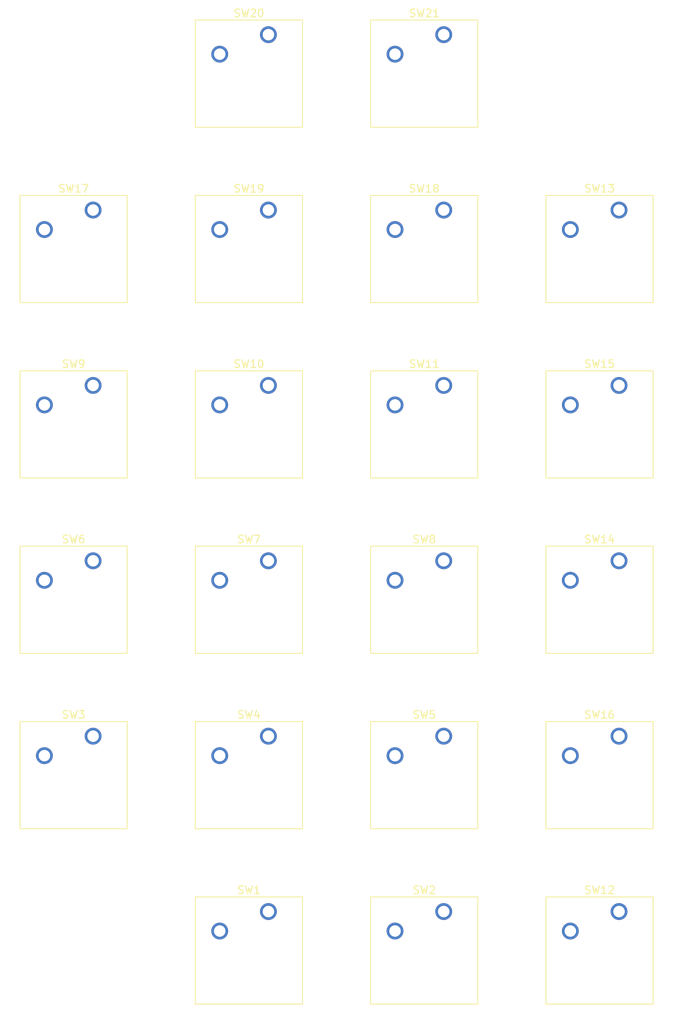
<source format=kicad_pcb>
(kicad_pcb (version 20171130) (host pcbnew "(5.1.5-0-10_14)")

  (general
    (thickness 1.6)
    (drawings 0)
    (tracks 0)
    (zones 0)
    (modules 21)
    (nets 1)
  )

  (page A4)
  (layers
    (0 F.Cu signal)
    (31 B.Cu signal)
    (32 B.Adhes user)
    (33 F.Adhes user)
    (34 B.Paste user)
    (35 F.Paste user)
    (36 B.SilkS user)
    (37 F.SilkS user)
    (38 B.Mask user)
    (39 F.Mask user)
    (40 Dwgs.User user)
    (41 Cmts.User user)
    (42 Eco1.User user)
    (43 Eco2.User user)
    (44 Edge.Cuts user)
    (45 Margin user)
    (46 B.CrtYd user)
    (47 F.CrtYd user)
    (48 B.Fab user)
    (49 F.Fab user)
  )

  (setup
    (last_trace_width 0.25)
    (trace_clearance 0.2)
    (zone_clearance 0.508)
    (zone_45_only no)
    (trace_min 0.2)
    (via_size 0.8)
    (via_drill 0.4)
    (via_min_size 0.4)
    (via_min_drill 0.3)
    (uvia_size 0.3)
    (uvia_drill 0.1)
    (uvias_allowed no)
    (uvia_min_size 0.2)
    (uvia_min_drill 0.1)
    (edge_width 0.05)
    (segment_width 0.2)
    (pcb_text_width 0.3)
    (pcb_text_size 1.5 1.5)
    (mod_edge_width 0.12)
    (mod_text_size 1 1)
    (mod_text_width 0.15)
    (pad_size 1.524 1.524)
    (pad_drill 0.762)
    (pad_to_mask_clearance 0.051)
    (solder_mask_min_width 0.25)
    (aux_axis_origin 0 0)
    (visible_elements FFFFFF7F)
    (pcbplotparams
      (layerselection 0x010fc_ffffffff)
      (usegerberextensions false)
      (usegerberattributes false)
      (usegerberadvancedattributes false)
      (creategerberjobfile false)
      (excludeedgelayer true)
      (linewidth 0.100000)
      (plotframeref false)
      (viasonmask false)
      (mode 1)
      (useauxorigin false)
      (hpglpennumber 1)
      (hpglpenspeed 20)
      (hpglpendiameter 15.000000)
      (psnegative false)
      (psa4output false)
      (plotreference true)
      (plotvalue true)
      (plotinvisibletext false)
      (padsonsilk false)
      (subtractmaskfromsilk false)
      (outputformat 1)
      (mirror false)
      (drillshape 1)
      (scaleselection 1)
      (outputdirectory ""))
  )

  (net 0 "")

  (net_class Default "This is the default net class."
    (clearance 0.2)
    (trace_width 0.25)
    (via_dia 0.8)
    (via_drill 0.4)
    (uvia_dia 0.3)
    (uvia_drill 0.1)
    (add_net "Net-(SW1-Pad1)")
    (add_net "Net-(SW1-Pad2)")
    (add_net "Net-(SW10-Pad1)")
    (add_net "Net-(SW10-Pad2)")
    (add_net "Net-(SW11-Pad1)")
    (add_net "Net-(SW11-Pad2)")
    (add_net "Net-(SW12-Pad1)")
    (add_net "Net-(SW12-Pad2)")
    (add_net "Net-(SW13-Pad1)")
    (add_net "Net-(SW13-Pad2)")
    (add_net "Net-(SW14-Pad1)")
    (add_net "Net-(SW14-Pad2)")
    (add_net "Net-(SW15-Pad1)")
    (add_net "Net-(SW15-Pad2)")
    (add_net "Net-(SW16-Pad1)")
    (add_net "Net-(SW16-Pad2)")
    (add_net "Net-(SW17-Pad1)")
    (add_net "Net-(SW17-Pad2)")
    (add_net "Net-(SW18-Pad1)")
    (add_net "Net-(SW18-Pad2)")
    (add_net "Net-(SW19-Pad1)")
    (add_net "Net-(SW19-Pad2)")
    (add_net "Net-(SW2-Pad1)")
    (add_net "Net-(SW2-Pad2)")
    (add_net "Net-(SW20-Pad1)")
    (add_net "Net-(SW20-Pad2)")
    (add_net "Net-(SW21-Pad1)")
    (add_net "Net-(SW21-Pad2)")
    (add_net "Net-(SW3-Pad1)")
    (add_net "Net-(SW3-Pad2)")
    (add_net "Net-(SW4-Pad1)")
    (add_net "Net-(SW4-Pad2)")
    (add_net "Net-(SW5-Pad1)")
    (add_net "Net-(SW5-Pad2)")
    (add_net "Net-(SW6-Pad1)")
    (add_net "Net-(SW6-Pad2)")
    (add_net "Net-(SW7-Pad1)")
    (add_net "Net-(SW7-Pad2)")
    (add_net "Net-(SW8-Pad1)")
    (add_net "Net-(SW8-Pad2)")
    (add_net "Net-(SW9-Pad1)")
    (add_net "Net-(SW9-Pad2)")
  )

  (module Button_Switch_Keyboard:SW_Cherry_MX_1.00u_PCB (layer F.Cu) (tedit 5A02FE24) (tstamp 5E50FDB4)
    (at 93.98 -25.4)
    (descr "Cherry MX keyswitch, 1.00u, PCB mount, http://cherryamericas.com/wp-content/uploads/2014/12/mx_cat.pdf")
    (tags "Cherry MX keyswitch 1.00u PCB")
    (path /5E51AC87)
    (fp_text reference SW21 (at -2.54 -2.794) (layer F.SilkS)
      (effects (font (size 1 1) (thickness 0.15)))
    )
    (fp_text value SW_MEMR (at -2.54 12.954) (layer F.Fab)
      (effects (font (size 1 1) (thickness 0.15)))
    )
    (fp_line (start -9.525 12.065) (end -9.525 -1.905) (layer F.SilkS) (width 0.12))
    (fp_line (start 4.445 12.065) (end -9.525 12.065) (layer F.SilkS) (width 0.12))
    (fp_line (start 4.445 -1.905) (end 4.445 12.065) (layer F.SilkS) (width 0.12))
    (fp_line (start -9.525 -1.905) (end 4.445 -1.905) (layer F.SilkS) (width 0.12))
    (fp_line (start -12.065 14.605) (end -12.065 -4.445) (layer Dwgs.User) (width 0.15))
    (fp_line (start 6.985 14.605) (end -12.065 14.605) (layer Dwgs.User) (width 0.15))
    (fp_line (start 6.985 -4.445) (end 6.985 14.605) (layer Dwgs.User) (width 0.15))
    (fp_line (start -12.065 -4.445) (end 6.985 -4.445) (layer Dwgs.User) (width 0.15))
    (fp_line (start -9.14 -1.52) (end 4.06 -1.52) (layer F.CrtYd) (width 0.05))
    (fp_line (start 4.06 -1.52) (end 4.06 11.68) (layer F.CrtYd) (width 0.05))
    (fp_line (start 4.06 11.68) (end -9.14 11.68) (layer F.CrtYd) (width 0.05))
    (fp_line (start -9.14 11.68) (end -9.14 -1.52) (layer F.CrtYd) (width 0.05))
    (fp_line (start -8.89 11.43) (end -8.89 -1.27) (layer F.Fab) (width 0.1))
    (fp_line (start 3.81 11.43) (end -8.89 11.43) (layer F.Fab) (width 0.1))
    (fp_line (start 3.81 -1.27) (end 3.81 11.43) (layer F.Fab) (width 0.1))
    (fp_line (start -8.89 -1.27) (end 3.81 -1.27) (layer F.Fab) (width 0.1))
    (fp_text user %R (at -2.54 -2.794) (layer F.Fab)
      (effects (font (size 1 1) (thickness 0.15)))
    )
    (pad "" np_thru_hole circle (at 2.54 5.08) (size 1.7 1.7) (drill 1.7) (layers *.Cu *.Mask))
    (pad "" np_thru_hole circle (at -7.62 5.08) (size 1.7 1.7) (drill 1.7) (layers *.Cu *.Mask))
    (pad "" np_thru_hole circle (at -2.54 5.08) (size 4 4) (drill 4) (layers *.Cu *.Mask))
    (pad 2 thru_hole circle (at -6.35 2.54) (size 2.2 2.2) (drill 1.5) (layers *.Cu *.Mask))
    (pad 1 thru_hole circle (at 0 0) (size 2.2 2.2) (drill 1.5) (layers *.Cu *.Mask))
    (model ${KISYS3DMOD}/Button_Switch_Keyboard.3dshapes/SW_Cherry_MX_1.00u_PCB.wrl
      (at (xyz 0 0 0))
      (scale (xyz 1 1 1))
      (rotate (xyz 0 0 0))
    )
  )

  (module Button_Switch_Keyboard:SW_Cherry_MX_1.00u_PCB (layer F.Cu) (tedit 5A02FE24) (tstamp 5E50FD9A)
    (at 71.12 -25.4)
    (descr "Cherry MX keyswitch, 1.00u, PCB mount, http://cherryamericas.com/wp-content/uploads/2014/12/mx_cat.pdf")
    (tags "Cherry MX keyswitch 1.00u PCB")
    (path /5E51AC7D)
    (fp_text reference SW20 (at -2.54 -2.794) (layer F.SilkS)
      (effects (font (size 1 1) (thickness 0.15)))
    )
    (fp_text value SW_MEM (at -2.54 12.954) (layer F.Fab)
      (effects (font (size 1 1) (thickness 0.15)))
    )
    (fp_line (start -9.525 12.065) (end -9.525 -1.905) (layer F.SilkS) (width 0.12))
    (fp_line (start 4.445 12.065) (end -9.525 12.065) (layer F.SilkS) (width 0.12))
    (fp_line (start 4.445 -1.905) (end 4.445 12.065) (layer F.SilkS) (width 0.12))
    (fp_line (start -9.525 -1.905) (end 4.445 -1.905) (layer F.SilkS) (width 0.12))
    (fp_line (start -12.065 14.605) (end -12.065 -4.445) (layer Dwgs.User) (width 0.15))
    (fp_line (start 6.985 14.605) (end -12.065 14.605) (layer Dwgs.User) (width 0.15))
    (fp_line (start 6.985 -4.445) (end 6.985 14.605) (layer Dwgs.User) (width 0.15))
    (fp_line (start -12.065 -4.445) (end 6.985 -4.445) (layer Dwgs.User) (width 0.15))
    (fp_line (start -9.14 -1.52) (end 4.06 -1.52) (layer F.CrtYd) (width 0.05))
    (fp_line (start 4.06 -1.52) (end 4.06 11.68) (layer F.CrtYd) (width 0.05))
    (fp_line (start 4.06 11.68) (end -9.14 11.68) (layer F.CrtYd) (width 0.05))
    (fp_line (start -9.14 11.68) (end -9.14 -1.52) (layer F.CrtYd) (width 0.05))
    (fp_line (start -8.89 11.43) (end -8.89 -1.27) (layer F.Fab) (width 0.1))
    (fp_line (start 3.81 11.43) (end -8.89 11.43) (layer F.Fab) (width 0.1))
    (fp_line (start 3.81 -1.27) (end 3.81 11.43) (layer F.Fab) (width 0.1))
    (fp_line (start -8.89 -1.27) (end 3.81 -1.27) (layer F.Fab) (width 0.1))
    (fp_text user %R (at -2.54 -2.794) (layer F.Fab)
      (effects (font (size 1 1) (thickness 0.15)))
    )
    (pad "" np_thru_hole circle (at 2.54 5.08) (size 1.7 1.7) (drill 1.7) (layers *.Cu *.Mask))
    (pad "" np_thru_hole circle (at -7.62 5.08) (size 1.7 1.7) (drill 1.7) (layers *.Cu *.Mask))
    (pad "" np_thru_hole circle (at -2.54 5.08) (size 4 4) (drill 4) (layers *.Cu *.Mask))
    (pad 2 thru_hole circle (at -6.35 2.54) (size 2.2 2.2) (drill 1.5) (layers *.Cu *.Mask))
    (pad 1 thru_hole circle (at 0 0) (size 2.2 2.2) (drill 1.5) (layers *.Cu *.Mask))
    (model ${KISYS3DMOD}/Button_Switch_Keyboard.3dshapes/SW_Cherry_MX_1.00u_PCB.wrl
      (at (xyz 0 0 0))
      (scale (xyz 1 1 1))
      (rotate (xyz 0 0 0))
    )
  )

  (module Button_Switch_Keyboard:SW_Cherry_MX_1.00u_PCB (layer F.Cu) (tedit 5A02FE24) (tstamp 5E50FD80)
    (at 71.12 -2.54)
    (descr "Cherry MX keyswitch, 1.00u, PCB mount, http://cherryamericas.com/wp-content/uploads/2014/12/mx_cat.pdf")
    (tags "Cherry MX keyswitch 1.00u PCB")
    (path /5E51AC73)
    (fp_text reference SW19 (at -2.54 -2.794) (layer F.SilkS)
      (effects (font (size 1 1) (thickness 0.15)))
    )
    (fp_text value SW_+/- (at -2.54 12.954) (layer F.Fab)
      (effects (font (size 1 1) (thickness 0.15)))
    )
    (fp_line (start -9.525 12.065) (end -9.525 -1.905) (layer F.SilkS) (width 0.12))
    (fp_line (start 4.445 12.065) (end -9.525 12.065) (layer F.SilkS) (width 0.12))
    (fp_line (start 4.445 -1.905) (end 4.445 12.065) (layer F.SilkS) (width 0.12))
    (fp_line (start -9.525 -1.905) (end 4.445 -1.905) (layer F.SilkS) (width 0.12))
    (fp_line (start -12.065 14.605) (end -12.065 -4.445) (layer Dwgs.User) (width 0.15))
    (fp_line (start 6.985 14.605) (end -12.065 14.605) (layer Dwgs.User) (width 0.15))
    (fp_line (start 6.985 -4.445) (end 6.985 14.605) (layer Dwgs.User) (width 0.15))
    (fp_line (start -12.065 -4.445) (end 6.985 -4.445) (layer Dwgs.User) (width 0.15))
    (fp_line (start -9.14 -1.52) (end 4.06 -1.52) (layer F.CrtYd) (width 0.05))
    (fp_line (start 4.06 -1.52) (end 4.06 11.68) (layer F.CrtYd) (width 0.05))
    (fp_line (start 4.06 11.68) (end -9.14 11.68) (layer F.CrtYd) (width 0.05))
    (fp_line (start -9.14 11.68) (end -9.14 -1.52) (layer F.CrtYd) (width 0.05))
    (fp_line (start -8.89 11.43) (end -8.89 -1.27) (layer F.Fab) (width 0.1))
    (fp_line (start 3.81 11.43) (end -8.89 11.43) (layer F.Fab) (width 0.1))
    (fp_line (start 3.81 -1.27) (end 3.81 11.43) (layer F.Fab) (width 0.1))
    (fp_line (start -8.89 -1.27) (end 3.81 -1.27) (layer F.Fab) (width 0.1))
    (fp_text user %R (at -2.54 -2.794) (layer F.Fab)
      (effects (font (size 1 1) (thickness 0.15)))
    )
    (pad "" np_thru_hole circle (at 2.54 5.08) (size 1.7 1.7) (drill 1.7) (layers *.Cu *.Mask))
    (pad "" np_thru_hole circle (at -7.62 5.08) (size 1.7 1.7) (drill 1.7) (layers *.Cu *.Mask))
    (pad "" np_thru_hole circle (at -2.54 5.08) (size 4 4) (drill 4) (layers *.Cu *.Mask))
    (pad 2 thru_hole circle (at -6.35 2.54) (size 2.2 2.2) (drill 1.5) (layers *.Cu *.Mask))
    (pad 1 thru_hole circle (at 0 0) (size 2.2 2.2) (drill 1.5) (layers *.Cu *.Mask))
    (model ${KISYS3DMOD}/Button_Switch_Keyboard.3dshapes/SW_Cherry_MX_1.00u_PCB.wrl
      (at (xyz 0 0 0))
      (scale (xyz 1 1 1))
      (rotate (xyz 0 0 0))
    )
  )

  (module Button_Switch_Keyboard:SW_Cherry_MX_1.00u_PCB (layer F.Cu) (tedit 5A02FE24) (tstamp 5E50FD66)
    (at 93.98 -2.54)
    (descr "Cherry MX keyswitch, 1.00u, PCB mount, http://cherryamericas.com/wp-content/uploads/2014/12/mx_cat.pdf")
    (tags "Cherry MX keyswitch 1.00u PCB")
    (path /5E51AC69)
    (fp_text reference SW18 (at -2.54 -2.794) (layer F.SilkS)
      (effects (font (size 1 1) (thickness 0.15)))
    )
    (fp_text value SW_% (at -2.54 12.954) (layer F.Fab)
      (effects (font (size 1 1) (thickness 0.15)))
    )
    (fp_line (start -9.525 12.065) (end -9.525 -1.905) (layer F.SilkS) (width 0.12))
    (fp_line (start 4.445 12.065) (end -9.525 12.065) (layer F.SilkS) (width 0.12))
    (fp_line (start 4.445 -1.905) (end 4.445 12.065) (layer F.SilkS) (width 0.12))
    (fp_line (start -9.525 -1.905) (end 4.445 -1.905) (layer F.SilkS) (width 0.12))
    (fp_line (start -12.065 14.605) (end -12.065 -4.445) (layer Dwgs.User) (width 0.15))
    (fp_line (start 6.985 14.605) (end -12.065 14.605) (layer Dwgs.User) (width 0.15))
    (fp_line (start 6.985 -4.445) (end 6.985 14.605) (layer Dwgs.User) (width 0.15))
    (fp_line (start -12.065 -4.445) (end 6.985 -4.445) (layer Dwgs.User) (width 0.15))
    (fp_line (start -9.14 -1.52) (end 4.06 -1.52) (layer F.CrtYd) (width 0.05))
    (fp_line (start 4.06 -1.52) (end 4.06 11.68) (layer F.CrtYd) (width 0.05))
    (fp_line (start 4.06 11.68) (end -9.14 11.68) (layer F.CrtYd) (width 0.05))
    (fp_line (start -9.14 11.68) (end -9.14 -1.52) (layer F.CrtYd) (width 0.05))
    (fp_line (start -8.89 11.43) (end -8.89 -1.27) (layer F.Fab) (width 0.1))
    (fp_line (start 3.81 11.43) (end -8.89 11.43) (layer F.Fab) (width 0.1))
    (fp_line (start 3.81 -1.27) (end 3.81 11.43) (layer F.Fab) (width 0.1))
    (fp_line (start -8.89 -1.27) (end 3.81 -1.27) (layer F.Fab) (width 0.1))
    (fp_text user %R (at -2.54 -2.794) (layer F.Fab)
      (effects (font (size 1 1) (thickness 0.15)))
    )
    (pad "" np_thru_hole circle (at 2.54 5.08) (size 1.7 1.7) (drill 1.7) (layers *.Cu *.Mask))
    (pad "" np_thru_hole circle (at -7.62 5.08) (size 1.7 1.7) (drill 1.7) (layers *.Cu *.Mask))
    (pad "" np_thru_hole circle (at -2.54 5.08) (size 4 4) (drill 4) (layers *.Cu *.Mask))
    (pad 2 thru_hole circle (at -6.35 2.54) (size 2.2 2.2) (drill 1.5) (layers *.Cu *.Mask))
    (pad 1 thru_hole circle (at 0 0) (size 2.2 2.2) (drill 1.5) (layers *.Cu *.Mask))
    (model ${KISYS3DMOD}/Button_Switch_Keyboard.3dshapes/SW_Cherry_MX_1.00u_PCB.wrl
      (at (xyz 0 0 0))
      (scale (xyz 1 1 1))
      (rotate (xyz 0 0 0))
    )
  )

  (module Button_Switch_Keyboard:SW_Cherry_MX_1.00u_PCB (layer F.Cu) (tedit 5A02FE24) (tstamp 5E50FD4C)
    (at 48.26 -2.54)
    (descr "Cherry MX keyswitch, 1.00u, PCB mount, http://cherryamericas.com/wp-content/uploads/2014/12/mx_cat.pdf")
    (tags "Cherry MX keyswitch 1.00u PCB")
    (path /5E51AC5F)
    (fp_text reference SW17 (at -2.54 -2.794) (layer F.SilkS)
      (effects (font (size 1 1) (thickness 0.15)))
    )
    (fp_text value SW_CLR (at -2.54 12.954) (layer F.Fab)
      (effects (font (size 1 1) (thickness 0.15)))
    )
    (fp_line (start -9.525 12.065) (end -9.525 -1.905) (layer F.SilkS) (width 0.12))
    (fp_line (start 4.445 12.065) (end -9.525 12.065) (layer F.SilkS) (width 0.12))
    (fp_line (start 4.445 -1.905) (end 4.445 12.065) (layer F.SilkS) (width 0.12))
    (fp_line (start -9.525 -1.905) (end 4.445 -1.905) (layer F.SilkS) (width 0.12))
    (fp_line (start -12.065 14.605) (end -12.065 -4.445) (layer Dwgs.User) (width 0.15))
    (fp_line (start 6.985 14.605) (end -12.065 14.605) (layer Dwgs.User) (width 0.15))
    (fp_line (start 6.985 -4.445) (end 6.985 14.605) (layer Dwgs.User) (width 0.15))
    (fp_line (start -12.065 -4.445) (end 6.985 -4.445) (layer Dwgs.User) (width 0.15))
    (fp_line (start -9.14 -1.52) (end 4.06 -1.52) (layer F.CrtYd) (width 0.05))
    (fp_line (start 4.06 -1.52) (end 4.06 11.68) (layer F.CrtYd) (width 0.05))
    (fp_line (start 4.06 11.68) (end -9.14 11.68) (layer F.CrtYd) (width 0.05))
    (fp_line (start -9.14 11.68) (end -9.14 -1.52) (layer F.CrtYd) (width 0.05))
    (fp_line (start -8.89 11.43) (end -8.89 -1.27) (layer F.Fab) (width 0.1))
    (fp_line (start 3.81 11.43) (end -8.89 11.43) (layer F.Fab) (width 0.1))
    (fp_line (start 3.81 -1.27) (end 3.81 11.43) (layer F.Fab) (width 0.1))
    (fp_line (start -8.89 -1.27) (end 3.81 -1.27) (layer F.Fab) (width 0.1))
    (fp_text user %R (at -2.54 -2.794) (layer F.Fab)
      (effects (font (size 1 1) (thickness 0.15)))
    )
    (pad "" np_thru_hole circle (at 2.54 5.08) (size 1.7 1.7) (drill 1.7) (layers *.Cu *.Mask))
    (pad "" np_thru_hole circle (at -7.62 5.08) (size 1.7 1.7) (drill 1.7) (layers *.Cu *.Mask))
    (pad "" np_thru_hole circle (at -2.54 5.08) (size 4 4) (drill 4) (layers *.Cu *.Mask))
    (pad 2 thru_hole circle (at -6.35 2.54) (size 2.2 2.2) (drill 1.5) (layers *.Cu *.Mask))
    (pad 1 thru_hole circle (at 0 0) (size 2.2 2.2) (drill 1.5) (layers *.Cu *.Mask))
    (model ${KISYS3DMOD}/Button_Switch_Keyboard.3dshapes/SW_Cherry_MX_1.00u_PCB.wrl
      (at (xyz 0 0 0))
      (scale (xyz 1 1 1))
      (rotate (xyz 0 0 0))
    )
  )

  (module Button_Switch_Keyboard:SW_Cherry_MX_1.00u_PCB (layer F.Cu) (tedit 5A02FE24) (tstamp 5E50962A)
    (at 116.84 66.04)
    (descr "Cherry MX keyswitch, 1.00u, PCB mount, http://cherryamericas.com/wp-content/uploads/2014/12/mx_cat.pdf")
    (tags "Cherry MX keyswitch 1.00u PCB")
    (path /5E50CDD7)
    (fp_text reference SW16 (at -2.54 -2.794) (layer F.SilkS)
      (effects (font (size 1 1) (thickness 0.15)))
    )
    (fp_text value SW_/ (at -2.54 12.954) (layer F.Fab)
      (effects (font (size 1 1) (thickness 0.15)))
    )
    (fp_line (start -9.525 12.065) (end -9.525 -1.905) (layer F.SilkS) (width 0.12))
    (fp_line (start 4.445 12.065) (end -9.525 12.065) (layer F.SilkS) (width 0.12))
    (fp_line (start 4.445 -1.905) (end 4.445 12.065) (layer F.SilkS) (width 0.12))
    (fp_line (start -9.525 -1.905) (end 4.445 -1.905) (layer F.SilkS) (width 0.12))
    (fp_line (start -12.065 14.605) (end -12.065 -4.445) (layer Dwgs.User) (width 0.15))
    (fp_line (start 6.985 14.605) (end -12.065 14.605) (layer Dwgs.User) (width 0.15))
    (fp_line (start 6.985 -4.445) (end 6.985 14.605) (layer Dwgs.User) (width 0.15))
    (fp_line (start -12.065 -4.445) (end 6.985 -4.445) (layer Dwgs.User) (width 0.15))
    (fp_line (start -9.14 -1.52) (end 4.06 -1.52) (layer F.CrtYd) (width 0.05))
    (fp_line (start 4.06 -1.52) (end 4.06 11.68) (layer F.CrtYd) (width 0.05))
    (fp_line (start 4.06 11.68) (end -9.14 11.68) (layer F.CrtYd) (width 0.05))
    (fp_line (start -9.14 11.68) (end -9.14 -1.52) (layer F.CrtYd) (width 0.05))
    (fp_line (start -8.89 11.43) (end -8.89 -1.27) (layer F.Fab) (width 0.1))
    (fp_line (start 3.81 11.43) (end -8.89 11.43) (layer F.Fab) (width 0.1))
    (fp_line (start 3.81 -1.27) (end 3.81 11.43) (layer F.Fab) (width 0.1))
    (fp_line (start -8.89 -1.27) (end 3.81 -1.27) (layer F.Fab) (width 0.1))
    (fp_text user %R (at -2.54 -2.794) (layer F.Fab)
      (effects (font (size 1 1) (thickness 0.15)))
    )
    (pad "" np_thru_hole circle (at 2.54 5.08) (size 1.7 1.7) (drill 1.7) (layers *.Cu *.Mask))
    (pad "" np_thru_hole circle (at -7.62 5.08) (size 1.7 1.7) (drill 1.7) (layers *.Cu *.Mask))
    (pad "" np_thru_hole circle (at -2.54 5.08) (size 4 4) (drill 4) (layers *.Cu *.Mask))
    (pad 2 thru_hole circle (at -6.35 2.54) (size 2.2 2.2) (drill 1.5) (layers *.Cu *.Mask))
    (pad 1 thru_hole circle (at 0 0) (size 2.2 2.2) (drill 1.5) (layers *.Cu *.Mask))
    (model ${KISYS3DMOD}/Button_Switch_Keyboard.3dshapes/SW_Cherry_MX_1.00u_PCB.wrl
      (at (xyz 0 0 0))
      (scale (xyz 1 1 1))
      (rotate (xyz 0 0 0))
    )
  )

  (module Button_Switch_Keyboard:SW_Cherry_MX_1.00u_PCB (layer F.Cu) (tedit 5A02FE24) (tstamp 5E50A00F)
    (at 116.84 20.32)
    (descr "Cherry MX keyswitch, 1.00u, PCB mount, http://cherryamericas.com/wp-content/uploads/2014/12/mx_cat.pdf")
    (tags "Cherry MX keyswitch 1.00u PCB")
    (path /5E50CDCD)
    (fp_text reference SW15 (at -2.54 -2.794) (layer F.SilkS)
      (effects (font (size 1 1) (thickness 0.15)))
    )
    (fp_text value SW_X (at -2.54 12.954) (layer F.Fab)
      (effects (font (size 1 1) (thickness 0.15)))
    )
    (fp_line (start -9.525 12.065) (end -9.525 -1.905) (layer F.SilkS) (width 0.12))
    (fp_line (start 4.445 12.065) (end -9.525 12.065) (layer F.SilkS) (width 0.12))
    (fp_line (start 4.445 -1.905) (end 4.445 12.065) (layer F.SilkS) (width 0.12))
    (fp_line (start -9.525 -1.905) (end 4.445 -1.905) (layer F.SilkS) (width 0.12))
    (fp_line (start -12.065 14.605) (end -12.065 -4.445) (layer Dwgs.User) (width 0.15))
    (fp_line (start 6.985 14.605) (end -12.065 14.605) (layer Dwgs.User) (width 0.15))
    (fp_line (start 6.985 -4.445) (end 6.985 14.605) (layer Dwgs.User) (width 0.15))
    (fp_line (start -12.065 -4.445) (end 6.985 -4.445) (layer Dwgs.User) (width 0.15))
    (fp_line (start -9.14 -1.52) (end 4.06 -1.52) (layer F.CrtYd) (width 0.05))
    (fp_line (start 4.06 -1.52) (end 4.06 11.68) (layer F.CrtYd) (width 0.05))
    (fp_line (start 4.06 11.68) (end -9.14 11.68) (layer F.CrtYd) (width 0.05))
    (fp_line (start -9.14 11.68) (end -9.14 -1.52) (layer F.CrtYd) (width 0.05))
    (fp_line (start -8.89 11.43) (end -8.89 -1.27) (layer F.Fab) (width 0.1))
    (fp_line (start 3.81 11.43) (end -8.89 11.43) (layer F.Fab) (width 0.1))
    (fp_line (start 3.81 -1.27) (end 3.81 11.43) (layer F.Fab) (width 0.1))
    (fp_line (start -8.89 -1.27) (end 3.81 -1.27) (layer F.Fab) (width 0.1))
    (fp_text user %R (at -2.54 -2.794) (layer F.Fab)
      (effects (font (size 1 1) (thickness 0.15)))
    )
    (pad "" np_thru_hole circle (at 2.54 5.08) (size 1.7 1.7) (drill 1.7) (layers *.Cu *.Mask))
    (pad "" np_thru_hole circle (at -7.62 5.08) (size 1.7 1.7) (drill 1.7) (layers *.Cu *.Mask))
    (pad "" np_thru_hole circle (at -2.54 5.08) (size 4 4) (drill 4) (layers *.Cu *.Mask))
    (pad 2 thru_hole circle (at -6.35 2.54) (size 2.2 2.2) (drill 1.5) (layers *.Cu *.Mask))
    (pad 1 thru_hole circle (at 0 0) (size 2.2 2.2) (drill 1.5) (layers *.Cu *.Mask))
    (model ${KISYS3DMOD}/Button_Switch_Keyboard.3dshapes/SW_Cherry_MX_1.00u_PCB.wrl
      (at (xyz 0 0 0))
      (scale (xyz 1 1 1))
      (rotate (xyz 0 0 0))
    )
  )

  (module Button_Switch_Keyboard:SW_Cherry_MX_1.00u_PCB (layer F.Cu) (tedit 5A02FE24) (tstamp 5E509FC4)
    (at 116.84 43.18)
    (descr "Cherry MX keyswitch, 1.00u, PCB mount, http://cherryamericas.com/wp-content/uploads/2014/12/mx_cat.pdf")
    (tags "Cherry MX keyswitch 1.00u PCB")
    (path /5E50CDC3)
    (fp_text reference SW14 (at -2.54 -2.794) (layer F.SilkS)
      (effects (font (size 1 1) (thickness 0.15)))
    )
    (fp_text value SW_- (at -2.54 12.954) (layer F.Fab)
      (effects (font (size 1 1) (thickness 0.15)))
    )
    (fp_line (start -9.525 12.065) (end -9.525 -1.905) (layer F.SilkS) (width 0.12))
    (fp_line (start 4.445 12.065) (end -9.525 12.065) (layer F.SilkS) (width 0.12))
    (fp_line (start 4.445 -1.905) (end 4.445 12.065) (layer F.SilkS) (width 0.12))
    (fp_line (start -9.525 -1.905) (end 4.445 -1.905) (layer F.SilkS) (width 0.12))
    (fp_line (start -12.065 14.605) (end -12.065 -4.445) (layer Dwgs.User) (width 0.15))
    (fp_line (start 6.985 14.605) (end -12.065 14.605) (layer Dwgs.User) (width 0.15))
    (fp_line (start 6.985 -4.445) (end 6.985 14.605) (layer Dwgs.User) (width 0.15))
    (fp_line (start -12.065 -4.445) (end 6.985 -4.445) (layer Dwgs.User) (width 0.15))
    (fp_line (start -9.14 -1.52) (end 4.06 -1.52) (layer F.CrtYd) (width 0.05))
    (fp_line (start 4.06 -1.52) (end 4.06 11.68) (layer F.CrtYd) (width 0.05))
    (fp_line (start 4.06 11.68) (end -9.14 11.68) (layer F.CrtYd) (width 0.05))
    (fp_line (start -9.14 11.68) (end -9.14 -1.52) (layer F.CrtYd) (width 0.05))
    (fp_line (start -8.89 11.43) (end -8.89 -1.27) (layer F.Fab) (width 0.1))
    (fp_line (start 3.81 11.43) (end -8.89 11.43) (layer F.Fab) (width 0.1))
    (fp_line (start 3.81 -1.27) (end 3.81 11.43) (layer F.Fab) (width 0.1))
    (fp_line (start -8.89 -1.27) (end 3.81 -1.27) (layer F.Fab) (width 0.1))
    (fp_text user %R (at -2.54 -2.794) (layer F.Fab)
      (effects (font (size 1 1) (thickness 0.15)))
    )
    (pad "" np_thru_hole circle (at 2.54 5.08) (size 1.7 1.7) (drill 1.7) (layers *.Cu *.Mask))
    (pad "" np_thru_hole circle (at -7.62 5.08) (size 1.7 1.7) (drill 1.7) (layers *.Cu *.Mask))
    (pad "" np_thru_hole circle (at -2.54 5.08) (size 4 4) (drill 4) (layers *.Cu *.Mask))
    (pad 2 thru_hole circle (at -6.35 2.54) (size 2.2 2.2) (drill 1.5) (layers *.Cu *.Mask))
    (pad 1 thru_hole circle (at 0 0) (size 2.2 2.2) (drill 1.5) (layers *.Cu *.Mask))
    (model ${KISYS3DMOD}/Button_Switch_Keyboard.3dshapes/SW_Cherry_MX_1.00u_PCB.wrl
      (at (xyz 0 0 0))
      (scale (xyz 1 1 1))
      (rotate (xyz 0 0 0))
    )
  )

  (module Button_Switch_Keyboard:SW_Cherry_MX_1.00u_PCB (layer F.Cu) (tedit 5A02FE24) (tstamp 5E5095DC)
    (at 116.84 -2.54)
    (descr "Cherry MX keyswitch, 1.00u, PCB mount, http://cherryamericas.com/wp-content/uploads/2014/12/mx_cat.pdf")
    (tags "Cherry MX keyswitch 1.00u PCB")
    (path /5E50CDB9)
    (fp_text reference SW13 (at -2.54 -2.794) (layer F.SilkS)
      (effects (font (size 1 1) (thickness 0.15)))
    )
    (fp_text value SW_+ (at -2.54 12.954) (layer F.Fab)
      (effects (font (size 1 1) (thickness 0.15)))
    )
    (fp_line (start -9.525 12.065) (end -9.525 -1.905) (layer F.SilkS) (width 0.12))
    (fp_line (start 4.445 12.065) (end -9.525 12.065) (layer F.SilkS) (width 0.12))
    (fp_line (start 4.445 -1.905) (end 4.445 12.065) (layer F.SilkS) (width 0.12))
    (fp_line (start -9.525 -1.905) (end 4.445 -1.905) (layer F.SilkS) (width 0.12))
    (fp_line (start -12.065 14.605) (end -12.065 -4.445) (layer Dwgs.User) (width 0.15))
    (fp_line (start 6.985 14.605) (end -12.065 14.605) (layer Dwgs.User) (width 0.15))
    (fp_line (start 6.985 -4.445) (end 6.985 14.605) (layer Dwgs.User) (width 0.15))
    (fp_line (start -12.065 -4.445) (end 6.985 -4.445) (layer Dwgs.User) (width 0.15))
    (fp_line (start -9.14 -1.52) (end 4.06 -1.52) (layer F.CrtYd) (width 0.05))
    (fp_line (start 4.06 -1.52) (end 4.06 11.68) (layer F.CrtYd) (width 0.05))
    (fp_line (start 4.06 11.68) (end -9.14 11.68) (layer F.CrtYd) (width 0.05))
    (fp_line (start -9.14 11.68) (end -9.14 -1.52) (layer F.CrtYd) (width 0.05))
    (fp_line (start -8.89 11.43) (end -8.89 -1.27) (layer F.Fab) (width 0.1))
    (fp_line (start 3.81 11.43) (end -8.89 11.43) (layer F.Fab) (width 0.1))
    (fp_line (start 3.81 -1.27) (end 3.81 11.43) (layer F.Fab) (width 0.1))
    (fp_line (start -8.89 -1.27) (end 3.81 -1.27) (layer F.Fab) (width 0.1))
    (fp_text user %R (at -2.54 -2.794) (layer F.Fab)
      (effects (font (size 1 1) (thickness 0.15)))
    )
    (pad "" np_thru_hole circle (at 2.54 5.08) (size 1.7 1.7) (drill 1.7) (layers *.Cu *.Mask))
    (pad "" np_thru_hole circle (at -7.62 5.08) (size 1.7 1.7) (drill 1.7) (layers *.Cu *.Mask))
    (pad "" np_thru_hole circle (at -2.54 5.08) (size 4 4) (drill 4) (layers *.Cu *.Mask))
    (pad 2 thru_hole circle (at -6.35 2.54) (size 2.2 2.2) (drill 1.5) (layers *.Cu *.Mask))
    (pad 1 thru_hole circle (at 0 0) (size 2.2 2.2) (drill 1.5) (layers *.Cu *.Mask))
    (model ${KISYS3DMOD}/Button_Switch_Keyboard.3dshapes/SW_Cherry_MX_1.00u_PCB.wrl
      (at (xyz 0 0 0))
      (scale (xyz 1 1 1))
      (rotate (xyz 0 0 0))
    )
  )

  (module Button_Switch_Keyboard:SW_Cherry_MX_1.00u_PCB (layer F.Cu) (tedit 5A02FE24) (tstamp 5E509F79)
    (at 116.84 88.9)
    (descr "Cherry MX keyswitch, 1.00u, PCB mount, http://cherryamericas.com/wp-content/uploads/2014/12/mx_cat.pdf")
    (tags "Cherry MX keyswitch 1.00u PCB")
    (path /5E50CDAF)
    (fp_text reference SW12 (at -2.54 -2.794) (layer F.SilkS)
      (effects (font (size 1 1) (thickness 0.15)))
    )
    (fp_text value SW_= (at -2.54 12.954) (layer F.Fab)
      (effects (font (size 1 1) (thickness 0.15)))
    )
    (fp_line (start -9.525 12.065) (end -9.525 -1.905) (layer F.SilkS) (width 0.12))
    (fp_line (start 4.445 12.065) (end -9.525 12.065) (layer F.SilkS) (width 0.12))
    (fp_line (start 4.445 -1.905) (end 4.445 12.065) (layer F.SilkS) (width 0.12))
    (fp_line (start -9.525 -1.905) (end 4.445 -1.905) (layer F.SilkS) (width 0.12))
    (fp_line (start -12.065 14.605) (end -12.065 -4.445) (layer Dwgs.User) (width 0.15))
    (fp_line (start 6.985 14.605) (end -12.065 14.605) (layer Dwgs.User) (width 0.15))
    (fp_line (start 6.985 -4.445) (end 6.985 14.605) (layer Dwgs.User) (width 0.15))
    (fp_line (start -12.065 -4.445) (end 6.985 -4.445) (layer Dwgs.User) (width 0.15))
    (fp_line (start -9.14 -1.52) (end 4.06 -1.52) (layer F.CrtYd) (width 0.05))
    (fp_line (start 4.06 -1.52) (end 4.06 11.68) (layer F.CrtYd) (width 0.05))
    (fp_line (start 4.06 11.68) (end -9.14 11.68) (layer F.CrtYd) (width 0.05))
    (fp_line (start -9.14 11.68) (end -9.14 -1.52) (layer F.CrtYd) (width 0.05))
    (fp_line (start -8.89 11.43) (end -8.89 -1.27) (layer F.Fab) (width 0.1))
    (fp_line (start 3.81 11.43) (end -8.89 11.43) (layer F.Fab) (width 0.1))
    (fp_line (start 3.81 -1.27) (end 3.81 11.43) (layer F.Fab) (width 0.1))
    (fp_line (start -8.89 -1.27) (end 3.81 -1.27) (layer F.Fab) (width 0.1))
    (fp_text user %R (at -2.54 -2.794) (layer F.Fab)
      (effects (font (size 1 1) (thickness 0.15)))
    )
    (pad "" np_thru_hole circle (at 2.54 5.08) (size 1.7 1.7) (drill 1.7) (layers *.Cu *.Mask))
    (pad "" np_thru_hole circle (at -7.62 5.08) (size 1.7 1.7) (drill 1.7) (layers *.Cu *.Mask))
    (pad "" np_thru_hole circle (at -2.54 5.08) (size 4 4) (drill 4) (layers *.Cu *.Mask))
    (pad 2 thru_hole circle (at -6.35 2.54) (size 2.2 2.2) (drill 1.5) (layers *.Cu *.Mask))
    (pad 1 thru_hole circle (at 0 0) (size 2.2 2.2) (drill 1.5) (layers *.Cu *.Mask))
    (model ${KISYS3DMOD}/Button_Switch_Keyboard.3dshapes/SW_Cherry_MX_1.00u_PCB.wrl
      (at (xyz 0 0 0))
      (scale (xyz 1 1 1))
      (rotate (xyz 0 0 0))
    )
  )

  (module Button_Switch_Keyboard:SW_Cherry_MX_1.00u_PCB (layer F.Cu) (tedit 5A02FE24) (tstamp 5E509F2E)
    (at 93.98 20.32)
    (descr "Cherry MX keyswitch, 1.00u, PCB mount, http://cherryamericas.com/wp-content/uploads/2014/12/mx_cat.pdf")
    (tags "Cherry MX keyswitch 1.00u PCB")
    (path /5E50CDA5)
    (fp_text reference SW11 (at -2.54 -2.794) (layer F.SilkS)
      (effects (font (size 1 1) (thickness 0.15)))
    )
    (fp_text value SW_9 (at -2.54 12.954) (layer F.Fab)
      (effects (font (size 1 1) (thickness 0.15)))
    )
    (fp_line (start -9.525 12.065) (end -9.525 -1.905) (layer F.SilkS) (width 0.12))
    (fp_line (start 4.445 12.065) (end -9.525 12.065) (layer F.SilkS) (width 0.12))
    (fp_line (start 4.445 -1.905) (end 4.445 12.065) (layer F.SilkS) (width 0.12))
    (fp_line (start -9.525 -1.905) (end 4.445 -1.905) (layer F.SilkS) (width 0.12))
    (fp_line (start -12.065 14.605) (end -12.065 -4.445) (layer Dwgs.User) (width 0.15))
    (fp_line (start 6.985 14.605) (end -12.065 14.605) (layer Dwgs.User) (width 0.15))
    (fp_line (start 6.985 -4.445) (end 6.985 14.605) (layer Dwgs.User) (width 0.15))
    (fp_line (start -12.065 -4.445) (end 6.985 -4.445) (layer Dwgs.User) (width 0.15))
    (fp_line (start -9.14 -1.52) (end 4.06 -1.52) (layer F.CrtYd) (width 0.05))
    (fp_line (start 4.06 -1.52) (end 4.06 11.68) (layer F.CrtYd) (width 0.05))
    (fp_line (start 4.06 11.68) (end -9.14 11.68) (layer F.CrtYd) (width 0.05))
    (fp_line (start -9.14 11.68) (end -9.14 -1.52) (layer F.CrtYd) (width 0.05))
    (fp_line (start -8.89 11.43) (end -8.89 -1.27) (layer F.Fab) (width 0.1))
    (fp_line (start 3.81 11.43) (end -8.89 11.43) (layer F.Fab) (width 0.1))
    (fp_line (start 3.81 -1.27) (end 3.81 11.43) (layer F.Fab) (width 0.1))
    (fp_line (start -8.89 -1.27) (end 3.81 -1.27) (layer F.Fab) (width 0.1))
    (fp_text user %R (at -2.54 -2.794) (layer F.Fab)
      (effects (font (size 1 1) (thickness 0.15)))
    )
    (pad "" np_thru_hole circle (at 2.54 5.08) (size 1.7 1.7) (drill 1.7) (layers *.Cu *.Mask))
    (pad "" np_thru_hole circle (at -7.62 5.08) (size 1.7 1.7) (drill 1.7) (layers *.Cu *.Mask))
    (pad "" np_thru_hole circle (at -2.54 5.08) (size 4 4) (drill 4) (layers *.Cu *.Mask))
    (pad 2 thru_hole circle (at -6.35 2.54) (size 2.2 2.2) (drill 1.5) (layers *.Cu *.Mask))
    (pad 1 thru_hole circle (at 0 0) (size 2.2 2.2) (drill 1.5) (layers *.Cu *.Mask))
    (model ${KISYS3DMOD}/Button_Switch_Keyboard.3dshapes/SW_Cherry_MX_1.00u_PCB.wrl
      (at (xyz 0 0 0))
      (scale (xyz 1 1 1))
      (rotate (xyz 0 0 0))
    )
  )

  (module Button_Switch_Keyboard:SW_Cherry_MX_1.00u_PCB (layer F.Cu) (tedit 5A02FE24) (tstamp 5E50958E)
    (at 71.12 20.32)
    (descr "Cherry MX keyswitch, 1.00u, PCB mount, http://cherryamericas.com/wp-content/uploads/2014/12/mx_cat.pdf")
    (tags "Cherry MX keyswitch 1.00u PCB")
    (path /5E50CD9B)
    (fp_text reference SW10 (at -2.54 -2.794) (layer F.SilkS)
      (effects (font (size 1 1) (thickness 0.15)))
    )
    (fp_text value SW_8 (at -2.54 12.954) (layer F.Fab)
      (effects (font (size 1 1) (thickness 0.15)))
    )
    (fp_line (start -9.525 12.065) (end -9.525 -1.905) (layer F.SilkS) (width 0.12))
    (fp_line (start 4.445 12.065) (end -9.525 12.065) (layer F.SilkS) (width 0.12))
    (fp_line (start 4.445 -1.905) (end 4.445 12.065) (layer F.SilkS) (width 0.12))
    (fp_line (start -9.525 -1.905) (end 4.445 -1.905) (layer F.SilkS) (width 0.12))
    (fp_line (start -12.065 14.605) (end -12.065 -4.445) (layer Dwgs.User) (width 0.15))
    (fp_line (start 6.985 14.605) (end -12.065 14.605) (layer Dwgs.User) (width 0.15))
    (fp_line (start 6.985 -4.445) (end 6.985 14.605) (layer Dwgs.User) (width 0.15))
    (fp_line (start -12.065 -4.445) (end 6.985 -4.445) (layer Dwgs.User) (width 0.15))
    (fp_line (start -9.14 -1.52) (end 4.06 -1.52) (layer F.CrtYd) (width 0.05))
    (fp_line (start 4.06 -1.52) (end 4.06 11.68) (layer F.CrtYd) (width 0.05))
    (fp_line (start 4.06 11.68) (end -9.14 11.68) (layer F.CrtYd) (width 0.05))
    (fp_line (start -9.14 11.68) (end -9.14 -1.52) (layer F.CrtYd) (width 0.05))
    (fp_line (start -8.89 11.43) (end -8.89 -1.27) (layer F.Fab) (width 0.1))
    (fp_line (start 3.81 11.43) (end -8.89 11.43) (layer F.Fab) (width 0.1))
    (fp_line (start 3.81 -1.27) (end 3.81 11.43) (layer F.Fab) (width 0.1))
    (fp_line (start -8.89 -1.27) (end 3.81 -1.27) (layer F.Fab) (width 0.1))
    (fp_text user %R (at -2.54 -2.794) (layer F.Fab)
      (effects (font (size 1 1) (thickness 0.15)))
    )
    (pad "" np_thru_hole circle (at 2.54 5.08) (size 1.7 1.7) (drill 1.7) (layers *.Cu *.Mask))
    (pad "" np_thru_hole circle (at -7.62 5.08) (size 1.7 1.7) (drill 1.7) (layers *.Cu *.Mask))
    (pad "" np_thru_hole circle (at -2.54 5.08) (size 4 4) (drill 4) (layers *.Cu *.Mask))
    (pad 2 thru_hole circle (at -6.35 2.54) (size 2.2 2.2) (drill 1.5) (layers *.Cu *.Mask))
    (pad 1 thru_hole circle (at 0 0) (size 2.2 2.2) (drill 1.5) (layers *.Cu *.Mask))
    (model ${KISYS3DMOD}/Button_Switch_Keyboard.3dshapes/SW_Cherry_MX_1.00u_PCB.wrl
      (at (xyz 0 0 0))
      (scale (xyz 1 1 1))
      (rotate (xyz 0 0 0))
    )
  )

  (module Button_Switch_Keyboard:SW_Cherry_MX_1.00u_PCB (layer F.Cu) (tedit 5A02FE24) (tstamp 5E50A0F0)
    (at 48.26 20.32)
    (descr "Cherry MX keyswitch, 1.00u, PCB mount, http://cherryamericas.com/wp-content/uploads/2014/12/mx_cat.pdf")
    (tags "Cherry MX keyswitch 1.00u PCB")
    (path /5E50CD91)
    (fp_text reference SW9 (at -2.54 -2.794) (layer F.SilkS)
      (effects (font (size 1 1) (thickness 0.15)))
    )
    (fp_text value SW_7 (at -2.54 12.954) (layer F.Fab)
      (effects (font (size 1 1) (thickness 0.15)))
    )
    (fp_line (start -9.525 12.065) (end -9.525 -1.905) (layer F.SilkS) (width 0.12))
    (fp_line (start 4.445 12.065) (end -9.525 12.065) (layer F.SilkS) (width 0.12))
    (fp_line (start 4.445 -1.905) (end 4.445 12.065) (layer F.SilkS) (width 0.12))
    (fp_line (start -9.525 -1.905) (end 4.445 -1.905) (layer F.SilkS) (width 0.12))
    (fp_line (start -12.065 14.605) (end -12.065 -4.445) (layer Dwgs.User) (width 0.15))
    (fp_line (start 6.985 14.605) (end -12.065 14.605) (layer Dwgs.User) (width 0.15))
    (fp_line (start 6.985 -4.445) (end 6.985 14.605) (layer Dwgs.User) (width 0.15))
    (fp_line (start -12.065 -4.445) (end 6.985 -4.445) (layer Dwgs.User) (width 0.15))
    (fp_line (start -9.14 -1.52) (end 4.06 -1.52) (layer F.CrtYd) (width 0.05))
    (fp_line (start 4.06 -1.52) (end 4.06 11.68) (layer F.CrtYd) (width 0.05))
    (fp_line (start 4.06 11.68) (end -9.14 11.68) (layer F.CrtYd) (width 0.05))
    (fp_line (start -9.14 11.68) (end -9.14 -1.52) (layer F.CrtYd) (width 0.05))
    (fp_line (start -8.89 11.43) (end -8.89 -1.27) (layer F.Fab) (width 0.1))
    (fp_line (start 3.81 11.43) (end -8.89 11.43) (layer F.Fab) (width 0.1))
    (fp_line (start 3.81 -1.27) (end 3.81 11.43) (layer F.Fab) (width 0.1))
    (fp_line (start -8.89 -1.27) (end 3.81 -1.27) (layer F.Fab) (width 0.1))
    (fp_text user %R (at -2.54 -2.794) (layer F.Fab)
      (effects (font (size 1 1) (thickness 0.15)))
    )
    (pad "" np_thru_hole circle (at 2.54 5.08) (size 1.7 1.7) (drill 1.7) (layers *.Cu *.Mask))
    (pad "" np_thru_hole circle (at -7.62 5.08) (size 1.7 1.7) (drill 1.7) (layers *.Cu *.Mask))
    (pad "" np_thru_hole circle (at -2.54 5.08) (size 4 4) (drill 4) (layers *.Cu *.Mask))
    (pad 2 thru_hole circle (at -6.35 2.54) (size 2.2 2.2) (drill 1.5) (layers *.Cu *.Mask))
    (pad 1 thru_hole circle (at 0 0) (size 2.2 2.2) (drill 1.5) (layers *.Cu *.Mask))
    (model ${KISYS3DMOD}/Button_Switch_Keyboard.3dshapes/SW_Cherry_MX_1.00u_PCB.wrl
      (at (xyz 0 0 0))
      (scale (xyz 1 1 1))
      (rotate (xyz 0 0 0))
    )
  )

  (module Button_Switch_Keyboard:SW_Cherry_MX_1.00u_PCB (layer F.Cu) (tedit 5A02FE24) (tstamp 5E50A1D1)
    (at 93.98 43.18)
    (descr "Cherry MX keyswitch, 1.00u, PCB mount, http://cherryamericas.com/wp-content/uploads/2014/12/mx_cat.pdf")
    (tags "Cherry MX keyswitch 1.00u PCB")
    (path /5E506713)
    (fp_text reference SW8 (at -2.54 -2.794) (layer F.SilkS)
      (effects (font (size 1 1) (thickness 0.15)))
    )
    (fp_text value SW_6 (at -2.54 12.954) (layer F.Fab)
      (effects (font (size 1 1) (thickness 0.15)))
    )
    (fp_line (start -9.525 12.065) (end -9.525 -1.905) (layer F.SilkS) (width 0.12))
    (fp_line (start 4.445 12.065) (end -9.525 12.065) (layer F.SilkS) (width 0.12))
    (fp_line (start 4.445 -1.905) (end 4.445 12.065) (layer F.SilkS) (width 0.12))
    (fp_line (start -9.525 -1.905) (end 4.445 -1.905) (layer F.SilkS) (width 0.12))
    (fp_line (start -12.065 14.605) (end -12.065 -4.445) (layer Dwgs.User) (width 0.15))
    (fp_line (start 6.985 14.605) (end -12.065 14.605) (layer Dwgs.User) (width 0.15))
    (fp_line (start 6.985 -4.445) (end 6.985 14.605) (layer Dwgs.User) (width 0.15))
    (fp_line (start -12.065 -4.445) (end 6.985 -4.445) (layer Dwgs.User) (width 0.15))
    (fp_line (start -9.14 -1.52) (end 4.06 -1.52) (layer F.CrtYd) (width 0.05))
    (fp_line (start 4.06 -1.52) (end 4.06 11.68) (layer F.CrtYd) (width 0.05))
    (fp_line (start 4.06 11.68) (end -9.14 11.68) (layer F.CrtYd) (width 0.05))
    (fp_line (start -9.14 11.68) (end -9.14 -1.52) (layer F.CrtYd) (width 0.05))
    (fp_line (start -8.89 11.43) (end -8.89 -1.27) (layer F.Fab) (width 0.1))
    (fp_line (start 3.81 11.43) (end -8.89 11.43) (layer F.Fab) (width 0.1))
    (fp_line (start 3.81 -1.27) (end 3.81 11.43) (layer F.Fab) (width 0.1))
    (fp_line (start -8.89 -1.27) (end 3.81 -1.27) (layer F.Fab) (width 0.1))
    (fp_text user %R (at -2.54 -2.794) (layer F.Fab)
      (effects (font (size 1 1) (thickness 0.15)))
    )
    (pad "" np_thru_hole circle (at 2.54 5.08) (size 1.7 1.7) (drill 1.7) (layers *.Cu *.Mask))
    (pad "" np_thru_hole circle (at -7.62 5.08) (size 1.7 1.7) (drill 1.7) (layers *.Cu *.Mask))
    (pad "" np_thru_hole circle (at -2.54 5.08) (size 4 4) (drill 4) (layers *.Cu *.Mask))
    (pad 2 thru_hole circle (at -6.35 2.54) (size 2.2 2.2) (drill 1.5) (layers *.Cu *.Mask))
    (pad 1 thru_hole circle (at 0 0) (size 2.2 2.2) (drill 1.5) (layers *.Cu *.Mask))
    (model ${KISYS3DMOD}/Button_Switch_Keyboard.3dshapes/SW_Cherry_MX_1.00u_PCB.wrl
      (at (xyz 0 0 0))
      (scale (xyz 1 1 1))
      (rotate (xyz 0 0 0))
    )
  )

  (module Button_Switch_Keyboard:SW_Cherry_MX_1.00u_PCB (layer F.Cu) (tedit 5A02FE24) (tstamp 5E509540)
    (at 71.12 43.18)
    (descr "Cherry MX keyswitch, 1.00u, PCB mount, http://cherryamericas.com/wp-content/uploads/2014/12/mx_cat.pdf")
    (tags "Cherry MX keyswitch 1.00u PCB")
    (path /5E506709)
    (fp_text reference SW7 (at -2.54 -2.794) (layer F.SilkS)
      (effects (font (size 1 1) (thickness 0.15)))
    )
    (fp_text value SW_5 (at -2.54 12.954) (layer F.Fab)
      (effects (font (size 1 1) (thickness 0.15)))
    )
    (fp_line (start -9.525 12.065) (end -9.525 -1.905) (layer F.SilkS) (width 0.12))
    (fp_line (start 4.445 12.065) (end -9.525 12.065) (layer F.SilkS) (width 0.12))
    (fp_line (start 4.445 -1.905) (end 4.445 12.065) (layer F.SilkS) (width 0.12))
    (fp_line (start -9.525 -1.905) (end 4.445 -1.905) (layer F.SilkS) (width 0.12))
    (fp_line (start -12.065 14.605) (end -12.065 -4.445) (layer Dwgs.User) (width 0.15))
    (fp_line (start 6.985 14.605) (end -12.065 14.605) (layer Dwgs.User) (width 0.15))
    (fp_line (start 6.985 -4.445) (end 6.985 14.605) (layer Dwgs.User) (width 0.15))
    (fp_line (start -12.065 -4.445) (end 6.985 -4.445) (layer Dwgs.User) (width 0.15))
    (fp_line (start -9.14 -1.52) (end 4.06 -1.52) (layer F.CrtYd) (width 0.05))
    (fp_line (start 4.06 -1.52) (end 4.06 11.68) (layer F.CrtYd) (width 0.05))
    (fp_line (start 4.06 11.68) (end -9.14 11.68) (layer F.CrtYd) (width 0.05))
    (fp_line (start -9.14 11.68) (end -9.14 -1.52) (layer F.CrtYd) (width 0.05))
    (fp_line (start -8.89 11.43) (end -8.89 -1.27) (layer F.Fab) (width 0.1))
    (fp_line (start 3.81 11.43) (end -8.89 11.43) (layer F.Fab) (width 0.1))
    (fp_line (start 3.81 -1.27) (end 3.81 11.43) (layer F.Fab) (width 0.1))
    (fp_line (start -8.89 -1.27) (end 3.81 -1.27) (layer F.Fab) (width 0.1))
    (fp_text user %R (at -2.54 -2.794) (layer F.Fab)
      (effects (font (size 1 1) (thickness 0.15)))
    )
    (pad "" np_thru_hole circle (at 2.54 5.08) (size 1.7 1.7) (drill 1.7) (layers *.Cu *.Mask))
    (pad "" np_thru_hole circle (at -7.62 5.08) (size 1.7 1.7) (drill 1.7) (layers *.Cu *.Mask))
    (pad "" np_thru_hole circle (at -2.54 5.08) (size 4 4) (drill 4) (layers *.Cu *.Mask))
    (pad 2 thru_hole circle (at -6.35 2.54) (size 2.2 2.2) (drill 1.5) (layers *.Cu *.Mask))
    (pad 1 thru_hole circle (at 0 0) (size 2.2 2.2) (drill 1.5) (layers *.Cu *.Mask))
    (model ${KISYS3DMOD}/Button_Switch_Keyboard.3dshapes/SW_Cherry_MX_1.00u_PCB.wrl
      (at (xyz 0 0 0))
      (scale (xyz 1 1 1))
      (rotate (xyz 0 0 0))
    )
  )

  (module Button_Switch_Keyboard:SW_Cherry_MX_1.00u_PCB (layer F.Cu) (tedit 5A02FE24) (tstamp 5E50A186)
    (at 48.26 43.18)
    (descr "Cherry MX keyswitch, 1.00u, PCB mount, http://cherryamericas.com/wp-content/uploads/2014/12/mx_cat.pdf")
    (tags "Cherry MX keyswitch 1.00u PCB")
    (path /5E5066FF)
    (fp_text reference SW6 (at -2.54 -2.794) (layer F.SilkS)
      (effects (font (size 1 1) (thickness 0.15)))
    )
    (fp_text value SW_4 (at -2.54 12.954) (layer F.Fab)
      (effects (font (size 1 1) (thickness 0.15)))
    )
    (fp_line (start -9.525 12.065) (end -9.525 -1.905) (layer F.SilkS) (width 0.12))
    (fp_line (start 4.445 12.065) (end -9.525 12.065) (layer F.SilkS) (width 0.12))
    (fp_line (start 4.445 -1.905) (end 4.445 12.065) (layer F.SilkS) (width 0.12))
    (fp_line (start -9.525 -1.905) (end 4.445 -1.905) (layer F.SilkS) (width 0.12))
    (fp_line (start -12.065 14.605) (end -12.065 -4.445) (layer Dwgs.User) (width 0.15))
    (fp_line (start 6.985 14.605) (end -12.065 14.605) (layer Dwgs.User) (width 0.15))
    (fp_line (start 6.985 -4.445) (end 6.985 14.605) (layer Dwgs.User) (width 0.15))
    (fp_line (start -12.065 -4.445) (end 6.985 -4.445) (layer Dwgs.User) (width 0.15))
    (fp_line (start -9.14 -1.52) (end 4.06 -1.52) (layer F.CrtYd) (width 0.05))
    (fp_line (start 4.06 -1.52) (end 4.06 11.68) (layer F.CrtYd) (width 0.05))
    (fp_line (start 4.06 11.68) (end -9.14 11.68) (layer F.CrtYd) (width 0.05))
    (fp_line (start -9.14 11.68) (end -9.14 -1.52) (layer F.CrtYd) (width 0.05))
    (fp_line (start -8.89 11.43) (end -8.89 -1.27) (layer F.Fab) (width 0.1))
    (fp_line (start 3.81 11.43) (end -8.89 11.43) (layer F.Fab) (width 0.1))
    (fp_line (start 3.81 -1.27) (end 3.81 11.43) (layer F.Fab) (width 0.1))
    (fp_line (start -8.89 -1.27) (end 3.81 -1.27) (layer F.Fab) (width 0.1))
    (fp_text user %R (at -2.54 -2.794) (layer F.Fab)
      (effects (font (size 1 1) (thickness 0.15)))
    )
    (pad "" np_thru_hole circle (at 2.54 5.08) (size 1.7 1.7) (drill 1.7) (layers *.Cu *.Mask))
    (pad "" np_thru_hole circle (at -7.62 5.08) (size 1.7 1.7) (drill 1.7) (layers *.Cu *.Mask))
    (pad "" np_thru_hole circle (at -2.54 5.08) (size 4 4) (drill 4) (layers *.Cu *.Mask))
    (pad 2 thru_hole circle (at -6.35 2.54) (size 2.2 2.2) (drill 1.5) (layers *.Cu *.Mask))
    (pad 1 thru_hole circle (at 0 0) (size 2.2 2.2) (drill 1.5) (layers *.Cu *.Mask))
    (model ${KISYS3DMOD}/Button_Switch_Keyboard.3dshapes/SW_Cherry_MX_1.00u_PCB.wrl
      (at (xyz 0 0 0))
      (scale (xyz 1 1 1))
      (rotate (xyz 0 0 0))
    )
  )

  (module Button_Switch_Keyboard:SW_Cherry_MX_1.00u_PCB (layer F.Cu) (tedit 5A02FE24) (tstamp 5E50A13B)
    (at 93.98 66.04)
    (descr "Cherry MX keyswitch, 1.00u, PCB mount, http://cherryamericas.com/wp-content/uploads/2014/12/mx_cat.pdf")
    (tags "Cherry MX keyswitch 1.00u PCB")
    (path /5E5066F5)
    (fp_text reference SW5 (at -2.54 -2.794) (layer F.SilkS)
      (effects (font (size 1 1) (thickness 0.15)))
    )
    (fp_text value SW_3 (at -2.54 12.954) (layer F.Fab)
      (effects (font (size 1 1) (thickness 0.15)))
    )
    (fp_line (start -9.525 12.065) (end -9.525 -1.905) (layer F.SilkS) (width 0.12))
    (fp_line (start 4.445 12.065) (end -9.525 12.065) (layer F.SilkS) (width 0.12))
    (fp_line (start 4.445 -1.905) (end 4.445 12.065) (layer F.SilkS) (width 0.12))
    (fp_line (start -9.525 -1.905) (end 4.445 -1.905) (layer F.SilkS) (width 0.12))
    (fp_line (start -12.065 14.605) (end -12.065 -4.445) (layer Dwgs.User) (width 0.15))
    (fp_line (start 6.985 14.605) (end -12.065 14.605) (layer Dwgs.User) (width 0.15))
    (fp_line (start 6.985 -4.445) (end 6.985 14.605) (layer Dwgs.User) (width 0.15))
    (fp_line (start -12.065 -4.445) (end 6.985 -4.445) (layer Dwgs.User) (width 0.15))
    (fp_line (start -9.14 -1.52) (end 4.06 -1.52) (layer F.CrtYd) (width 0.05))
    (fp_line (start 4.06 -1.52) (end 4.06 11.68) (layer F.CrtYd) (width 0.05))
    (fp_line (start 4.06 11.68) (end -9.14 11.68) (layer F.CrtYd) (width 0.05))
    (fp_line (start -9.14 11.68) (end -9.14 -1.52) (layer F.CrtYd) (width 0.05))
    (fp_line (start -8.89 11.43) (end -8.89 -1.27) (layer F.Fab) (width 0.1))
    (fp_line (start 3.81 11.43) (end -8.89 11.43) (layer F.Fab) (width 0.1))
    (fp_line (start 3.81 -1.27) (end 3.81 11.43) (layer F.Fab) (width 0.1))
    (fp_line (start -8.89 -1.27) (end 3.81 -1.27) (layer F.Fab) (width 0.1))
    (fp_text user %R (at -2.54 -2.794) (layer F.Fab)
      (effects (font (size 1 1) (thickness 0.15)))
    )
    (pad "" np_thru_hole circle (at 2.54 5.08) (size 1.7 1.7) (drill 1.7) (layers *.Cu *.Mask))
    (pad "" np_thru_hole circle (at -7.62 5.08) (size 1.7 1.7) (drill 1.7) (layers *.Cu *.Mask))
    (pad "" np_thru_hole circle (at -2.54 5.08) (size 4 4) (drill 4) (layers *.Cu *.Mask))
    (pad 2 thru_hole circle (at -6.35 2.54) (size 2.2 2.2) (drill 1.5) (layers *.Cu *.Mask))
    (pad 1 thru_hole circle (at 0 0) (size 2.2 2.2) (drill 1.5) (layers *.Cu *.Mask))
    (model ${KISYS3DMOD}/Button_Switch_Keyboard.3dshapes/SW_Cherry_MX_1.00u_PCB.wrl
      (at (xyz 0 0 0))
      (scale (xyz 1 1 1))
      (rotate (xyz 0 0 0))
    )
  )

  (module Button_Switch_Keyboard:SW_Cherry_MX_1.00u_PCB (layer F.Cu) (tedit 5A02FE24) (tstamp 5E5094F2)
    (at 71.12 66.04)
    (descr "Cherry MX keyswitch, 1.00u, PCB mount, http://cherryamericas.com/wp-content/uploads/2014/12/mx_cat.pdf")
    (tags "Cherry MX keyswitch 1.00u PCB")
    (path /5E503A35)
    (fp_text reference SW4 (at -2.54 -2.794) (layer F.SilkS)
      (effects (font (size 1 1) (thickness 0.15)))
    )
    (fp_text value SW_2 (at -2.54 12.954) (layer F.Fab)
      (effects (font (size 1 1) (thickness 0.15)))
    )
    (fp_line (start -9.525 12.065) (end -9.525 -1.905) (layer F.SilkS) (width 0.12))
    (fp_line (start 4.445 12.065) (end -9.525 12.065) (layer F.SilkS) (width 0.12))
    (fp_line (start 4.445 -1.905) (end 4.445 12.065) (layer F.SilkS) (width 0.12))
    (fp_line (start -9.525 -1.905) (end 4.445 -1.905) (layer F.SilkS) (width 0.12))
    (fp_line (start -12.065 14.605) (end -12.065 -4.445) (layer Dwgs.User) (width 0.15))
    (fp_line (start 6.985 14.605) (end -12.065 14.605) (layer Dwgs.User) (width 0.15))
    (fp_line (start 6.985 -4.445) (end 6.985 14.605) (layer Dwgs.User) (width 0.15))
    (fp_line (start -12.065 -4.445) (end 6.985 -4.445) (layer Dwgs.User) (width 0.15))
    (fp_line (start -9.14 -1.52) (end 4.06 -1.52) (layer F.CrtYd) (width 0.05))
    (fp_line (start 4.06 -1.52) (end 4.06 11.68) (layer F.CrtYd) (width 0.05))
    (fp_line (start 4.06 11.68) (end -9.14 11.68) (layer F.CrtYd) (width 0.05))
    (fp_line (start -9.14 11.68) (end -9.14 -1.52) (layer F.CrtYd) (width 0.05))
    (fp_line (start -8.89 11.43) (end -8.89 -1.27) (layer F.Fab) (width 0.1))
    (fp_line (start 3.81 11.43) (end -8.89 11.43) (layer F.Fab) (width 0.1))
    (fp_line (start 3.81 -1.27) (end 3.81 11.43) (layer F.Fab) (width 0.1))
    (fp_line (start -8.89 -1.27) (end 3.81 -1.27) (layer F.Fab) (width 0.1))
    (fp_text user %R (at -2.54 -2.794) (layer F.Fab)
      (effects (font (size 1 1) (thickness 0.15)))
    )
    (pad "" np_thru_hole circle (at 2.54 5.08) (size 1.7 1.7) (drill 1.7) (layers *.Cu *.Mask))
    (pad "" np_thru_hole circle (at -7.62 5.08) (size 1.7 1.7) (drill 1.7) (layers *.Cu *.Mask))
    (pad "" np_thru_hole circle (at -2.54 5.08) (size 4 4) (drill 4) (layers *.Cu *.Mask))
    (pad 2 thru_hole circle (at -6.35 2.54) (size 2.2 2.2) (drill 1.5) (layers *.Cu *.Mask))
    (pad 1 thru_hole circle (at 0 0) (size 2.2 2.2) (drill 1.5) (layers *.Cu *.Mask))
    (model ${KISYS3DMOD}/Button_Switch_Keyboard.3dshapes/SW_Cherry_MX_1.00u_PCB.wrl
      (at (xyz 0 0 0))
      (scale (xyz 1 1 1))
      (rotate (xyz 0 0 0))
    )
  )

  (module Button_Switch_Keyboard:SW_Cherry_MX_1.00u_PCB (layer F.Cu) (tedit 5A02FE24) (tstamp 5E5094D8)
    (at 48.26 66.04)
    (descr "Cherry MX keyswitch, 1.00u, PCB mount, http://cherryamericas.com/wp-content/uploads/2014/12/mx_cat.pdf")
    (tags "Cherry MX keyswitch 1.00u PCB")
    (path /5E503A2B)
    (fp_text reference SW3 (at -2.54 -2.794) (layer F.SilkS)
      (effects (font (size 1 1) (thickness 0.15)))
    )
    (fp_text value SW_1 (at -2.54 12.954) (layer F.Fab)
      (effects (font (size 1 1) (thickness 0.15)))
    )
    (fp_line (start -9.525 12.065) (end -9.525 -1.905) (layer F.SilkS) (width 0.12))
    (fp_line (start 4.445 12.065) (end -9.525 12.065) (layer F.SilkS) (width 0.12))
    (fp_line (start 4.445 -1.905) (end 4.445 12.065) (layer F.SilkS) (width 0.12))
    (fp_line (start -9.525 -1.905) (end 4.445 -1.905) (layer F.SilkS) (width 0.12))
    (fp_line (start -12.065 14.605) (end -12.065 -4.445) (layer Dwgs.User) (width 0.15))
    (fp_line (start 6.985 14.605) (end -12.065 14.605) (layer Dwgs.User) (width 0.15))
    (fp_line (start 6.985 -4.445) (end 6.985 14.605) (layer Dwgs.User) (width 0.15))
    (fp_line (start -12.065 -4.445) (end 6.985 -4.445) (layer Dwgs.User) (width 0.15))
    (fp_line (start -9.14 -1.52) (end 4.06 -1.52) (layer F.CrtYd) (width 0.05))
    (fp_line (start 4.06 -1.52) (end 4.06 11.68) (layer F.CrtYd) (width 0.05))
    (fp_line (start 4.06 11.68) (end -9.14 11.68) (layer F.CrtYd) (width 0.05))
    (fp_line (start -9.14 11.68) (end -9.14 -1.52) (layer F.CrtYd) (width 0.05))
    (fp_line (start -8.89 11.43) (end -8.89 -1.27) (layer F.Fab) (width 0.1))
    (fp_line (start 3.81 11.43) (end -8.89 11.43) (layer F.Fab) (width 0.1))
    (fp_line (start 3.81 -1.27) (end 3.81 11.43) (layer F.Fab) (width 0.1))
    (fp_line (start -8.89 -1.27) (end 3.81 -1.27) (layer F.Fab) (width 0.1))
    (fp_text user %R (at -2.54 -2.794) (layer F.Fab)
      (effects (font (size 1 1) (thickness 0.15)))
    )
    (pad "" np_thru_hole circle (at 2.54 5.08) (size 1.7 1.7) (drill 1.7) (layers *.Cu *.Mask))
    (pad "" np_thru_hole circle (at -7.62 5.08) (size 1.7 1.7) (drill 1.7) (layers *.Cu *.Mask))
    (pad "" np_thru_hole circle (at -2.54 5.08) (size 4 4) (drill 4) (layers *.Cu *.Mask))
    (pad 2 thru_hole circle (at -6.35 2.54) (size 2.2 2.2) (drill 1.5) (layers *.Cu *.Mask))
    (pad 1 thru_hole circle (at 0 0) (size 2.2 2.2) (drill 1.5) (layers *.Cu *.Mask))
    (model ${KISYS3DMOD}/Button_Switch_Keyboard.3dshapes/SW_Cherry_MX_1.00u_PCB.wrl
      (at (xyz 0 0 0))
      (scale (xyz 1 1 1))
      (rotate (xyz 0 0 0))
    )
  )

  (module Button_Switch_Keyboard:SW_Cherry_MX_1.00u_PCB (layer F.Cu) (tedit 5A02FE24) (tstamp 5E50A0A5)
    (at 93.98 88.9)
    (descr "Cherry MX keyswitch, 1.00u, PCB mount, http://cherryamericas.com/wp-content/uploads/2014/12/mx_cat.pdf")
    (tags "Cherry MX keyswitch 1.00u PCB")
    (path /5E50248C)
    (fp_text reference SW2 (at -2.54 -2.794) (layer F.SilkS)
      (effects (font (size 1 1) (thickness 0.15)))
    )
    (fp_text value SW_. (at -2.54 12.954) (layer F.Fab)
      (effects (font (size 1 1) (thickness 0.15)))
    )
    (fp_line (start -9.525 12.065) (end -9.525 -1.905) (layer F.SilkS) (width 0.12))
    (fp_line (start 4.445 12.065) (end -9.525 12.065) (layer F.SilkS) (width 0.12))
    (fp_line (start 4.445 -1.905) (end 4.445 12.065) (layer F.SilkS) (width 0.12))
    (fp_line (start -9.525 -1.905) (end 4.445 -1.905) (layer F.SilkS) (width 0.12))
    (fp_line (start -12.065 14.605) (end -12.065 -4.445) (layer Dwgs.User) (width 0.15))
    (fp_line (start 6.985 14.605) (end -12.065 14.605) (layer Dwgs.User) (width 0.15))
    (fp_line (start 6.985 -4.445) (end 6.985 14.605) (layer Dwgs.User) (width 0.15))
    (fp_line (start -12.065 -4.445) (end 6.985 -4.445) (layer Dwgs.User) (width 0.15))
    (fp_line (start -9.14 -1.52) (end 4.06 -1.52) (layer F.CrtYd) (width 0.05))
    (fp_line (start 4.06 -1.52) (end 4.06 11.68) (layer F.CrtYd) (width 0.05))
    (fp_line (start 4.06 11.68) (end -9.14 11.68) (layer F.CrtYd) (width 0.05))
    (fp_line (start -9.14 11.68) (end -9.14 -1.52) (layer F.CrtYd) (width 0.05))
    (fp_line (start -8.89 11.43) (end -8.89 -1.27) (layer F.Fab) (width 0.1))
    (fp_line (start 3.81 11.43) (end -8.89 11.43) (layer F.Fab) (width 0.1))
    (fp_line (start 3.81 -1.27) (end 3.81 11.43) (layer F.Fab) (width 0.1))
    (fp_line (start -8.89 -1.27) (end 3.81 -1.27) (layer F.Fab) (width 0.1))
    (fp_text user %R (at -2.54 -2.794) (layer F.Fab)
      (effects (font (size 1 1) (thickness 0.15)))
    )
    (pad "" np_thru_hole circle (at 2.54 5.08) (size 1.7 1.7) (drill 1.7) (layers *.Cu *.Mask))
    (pad "" np_thru_hole circle (at -7.62 5.08) (size 1.7 1.7) (drill 1.7) (layers *.Cu *.Mask))
    (pad "" np_thru_hole circle (at -2.54 5.08) (size 4 4) (drill 4) (layers *.Cu *.Mask))
    (pad 2 thru_hole circle (at -6.35 2.54) (size 2.2 2.2) (drill 1.5) (layers *.Cu *.Mask))
    (pad 1 thru_hole circle (at 0 0) (size 2.2 2.2) (drill 1.5) (layers *.Cu *.Mask))
    (model ${KISYS3DMOD}/Button_Switch_Keyboard.3dshapes/SW_Cherry_MX_1.00u_PCB.wrl
      (at (xyz 0 0 0))
      (scale (xyz 1 1 1))
      (rotate (xyz 0 0 0))
    )
  )

  (module Button_Switch_Keyboard:SW_Cherry_MX_1.00u_PCB (layer F.Cu) (tedit 5A02FE24) (tstamp 5E50A05A)
    (at 71.12 88.9)
    (descr "Cherry MX keyswitch, 1.00u, PCB mount, http://cherryamericas.com/wp-content/uploads/2014/12/mx_cat.pdf")
    (tags "Cherry MX keyswitch 1.00u PCB")
    (path /5E5020A9)
    (fp_text reference SW1 (at -2.54 -2.794) (layer F.SilkS)
      (effects (font (size 1 1) (thickness 0.15)))
    )
    (fp_text value SW_0 (at -2.54 12.954) (layer F.Fab)
      (effects (font (size 1 1) (thickness 0.15)))
    )
    (fp_line (start -9.525 12.065) (end -9.525 -1.905) (layer F.SilkS) (width 0.12))
    (fp_line (start 4.445 12.065) (end -9.525 12.065) (layer F.SilkS) (width 0.12))
    (fp_line (start 4.445 -1.905) (end 4.445 12.065) (layer F.SilkS) (width 0.12))
    (fp_line (start -9.525 -1.905) (end 4.445 -1.905) (layer F.SilkS) (width 0.12))
    (fp_line (start -12.065 14.605) (end -12.065 -4.445) (layer Dwgs.User) (width 0.15))
    (fp_line (start 6.985 14.605) (end -12.065 14.605) (layer Dwgs.User) (width 0.15))
    (fp_line (start 6.985 -4.445) (end 6.985 14.605) (layer Dwgs.User) (width 0.15))
    (fp_line (start -12.065 -4.445) (end 6.985 -4.445) (layer Dwgs.User) (width 0.15))
    (fp_line (start -9.14 -1.52) (end 4.06 -1.52) (layer F.CrtYd) (width 0.05))
    (fp_line (start 4.06 -1.52) (end 4.06 11.68) (layer F.CrtYd) (width 0.05))
    (fp_line (start 4.06 11.68) (end -9.14 11.68) (layer F.CrtYd) (width 0.05))
    (fp_line (start -9.14 11.68) (end -9.14 -1.52) (layer F.CrtYd) (width 0.05))
    (fp_line (start -8.89 11.43) (end -8.89 -1.27) (layer F.Fab) (width 0.1))
    (fp_line (start 3.81 11.43) (end -8.89 11.43) (layer F.Fab) (width 0.1))
    (fp_line (start 3.81 -1.27) (end 3.81 11.43) (layer F.Fab) (width 0.1))
    (fp_line (start -8.89 -1.27) (end 3.81 -1.27) (layer F.Fab) (width 0.1))
    (fp_text user %R (at -2.54 -2.794) (layer F.Fab)
      (effects (font (size 1 1) (thickness 0.15)))
    )
    (pad "" np_thru_hole circle (at 2.54 5.08) (size 1.7 1.7) (drill 1.7) (layers *.Cu *.Mask))
    (pad "" np_thru_hole circle (at -7.62 5.08) (size 1.7 1.7) (drill 1.7) (layers *.Cu *.Mask))
    (pad "" np_thru_hole circle (at -2.54 5.08) (size 4 4) (drill 4) (layers *.Cu *.Mask))
    (pad 2 thru_hole circle (at -6.35 2.54) (size 2.2 2.2) (drill 1.5) (layers *.Cu *.Mask))
    (pad 1 thru_hole circle (at 0 0) (size 2.2 2.2) (drill 1.5) (layers *.Cu *.Mask))
    (model ${KISYS3DMOD}/Button_Switch_Keyboard.3dshapes/SW_Cherry_MX_1.00u_PCB.wrl
      (at (xyz 0 0 0))
      (scale (xyz 1 1 1))
      (rotate (xyz 0 0 0))
    )
  )

)

</source>
